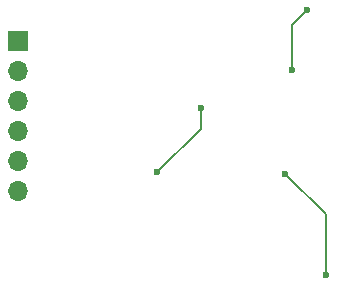
<source format=gbr>
G04 #@! TF.GenerationSoftware,KiCad,Pcbnew,9.0.1*
G04 #@! TF.CreationDate,2025-04-08T20:49:57-07:00*
G04 #@! TF.ProjectId,Bigger_Test,42696767-6572-45f5-9465-73742e6b6963,rev?*
G04 #@! TF.SameCoordinates,Original*
G04 #@! TF.FileFunction,Copper,L2,Bot*
G04 #@! TF.FilePolarity,Positive*
%FSLAX46Y46*%
G04 Gerber Fmt 4.6, Leading zero omitted, Abs format (unit mm)*
G04 Created by KiCad (PCBNEW 9.0.1) date 2025-04-08 20:49:57*
%MOMM*%
%LPD*%
G01*
G04 APERTURE LIST*
G04 #@! TA.AperFunction,ComponentPad*
%ADD10R,1.700000X1.700000*%
G04 #@! TD*
G04 #@! TA.AperFunction,ComponentPad*
%ADD11O,1.700000X1.700000*%
G04 #@! TD*
G04 #@! TA.AperFunction,ViaPad*
%ADD12C,0.600000*%
G04 #@! TD*
G04 #@! TA.AperFunction,Conductor*
%ADD13C,0.200000*%
G04 #@! TD*
G04 APERTURE END LIST*
D10*
X79000000Y-83920000D03*
D11*
X79000000Y-86460000D03*
X79000000Y-89000000D03*
X79000000Y-91540000D03*
X79000000Y-94080000D03*
X79000000Y-96620000D03*
D12*
X105050800Y-103672200D03*
X101621600Y-95109800D03*
X90758000Y-95020000D03*
X94474100Y-89575300D03*
X103443000Y-81258400D03*
X102179000Y-86308800D03*
D13*
X105050800Y-98539000D02*
X101621600Y-95109800D01*
X105050800Y-103672200D02*
X105050800Y-98539000D01*
X94474100Y-91303900D02*
X90758000Y-95020000D01*
X94474100Y-89575300D02*
X94474100Y-91303900D01*
X102179000Y-82522400D02*
X103443000Y-81258400D01*
X102179000Y-86308800D02*
X102179000Y-82522400D01*
M02*

</source>
